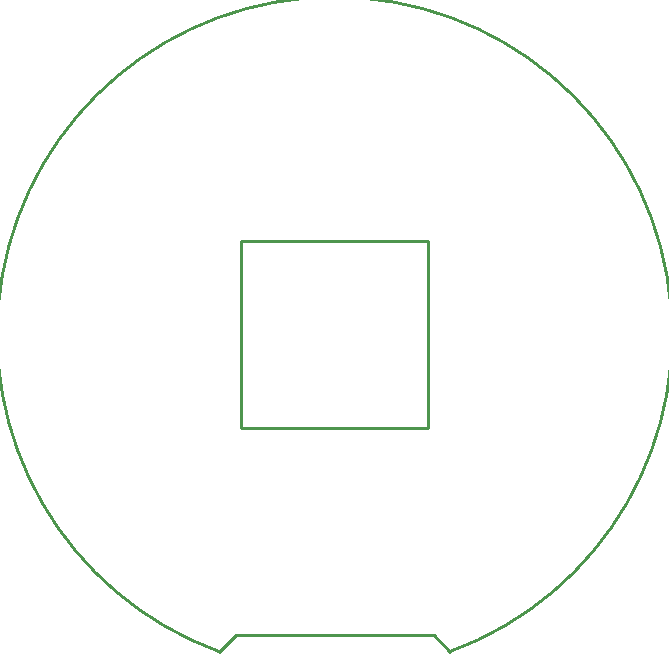
<source format=gm1>
G04*
G04 #@! TF.GenerationSoftware,Altium Limited,Altium Designer,18.1.11 (251)*
G04*
G04 Layer_Color=16711935*
%FSLAX25Y25*%
%MOIN*%
G70*
G01*
G75*
%ADD10C,0.01000*%
D10*
X38477Y-105715D02*
G03*
X-38477Y-105715I-38477J105715D01*
G01*
X-31250Y31250D02*
X31250D01*
X-31250Y-31250D02*
Y31250D01*
Y-31250D02*
X31250D01*
X31200Y31250D02*
X31250Y-31250D01*
X-33000Y-100238D02*
X33000D01*
X38477Y-105715D01*
X-38477D02*
X-33000Y-100238D01*
M02*

</source>
